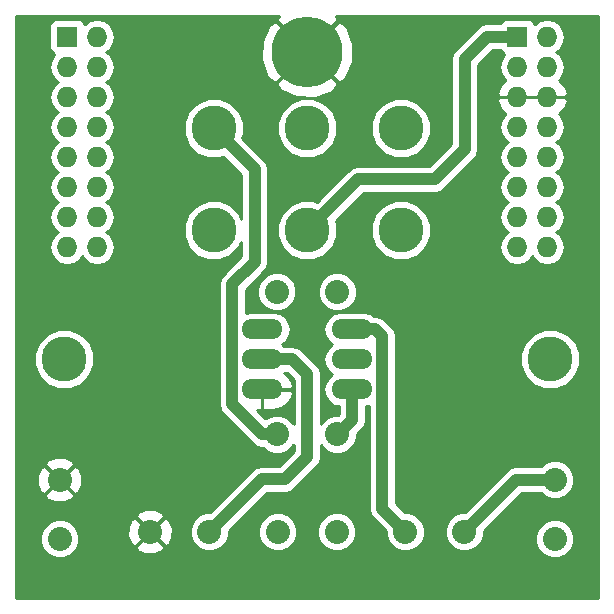
<source format=gtl>
%FSLAX34Y34*%
G04 Gerber Fmt 3.4, Leading zero omitted, Abs format*
G04 (created by PCBNEW (2014-jan-25)-product) date Sat 05 Jul 2014 12:29:26 AM PDT*
%MOIN*%
G01*
G70*
G90*
G04 APERTURE LIST*
%ADD10C,0.003937*%
%ADD11C,0.236220*%
%ADD12R,0.068000X0.068000*%
%ADD13O,0.068000X0.068000*%
%ADD14C,0.080000*%
%ADD15O,0.137800X0.066900*%
%ADD16C,0.149600*%
%ADD17C,0.150000*%
%ADD18C,0.040000*%
%ADD19C,0.010000*%
G04 APERTURE END LIST*
G54D10*
G54D11*
X40000Y-42000D03*
G54D12*
X32000Y-41500D03*
G54D13*
X33000Y-41500D03*
X32000Y-42500D03*
X33000Y-42500D03*
X32000Y-43500D03*
X33000Y-43500D03*
X32000Y-44500D03*
X33000Y-44500D03*
X32000Y-45500D03*
X33000Y-45500D03*
X32000Y-46500D03*
X33000Y-46500D03*
X32000Y-47500D03*
X33000Y-47500D03*
X32000Y-48500D03*
X33000Y-48500D03*
G54D12*
X47000Y-41500D03*
G54D13*
X48000Y-41500D03*
X47000Y-42500D03*
X48000Y-42500D03*
X47000Y-43500D03*
X48000Y-43500D03*
X47000Y-44500D03*
X48000Y-44500D03*
X47000Y-45500D03*
X48000Y-45500D03*
X47000Y-46500D03*
X48000Y-46500D03*
X47000Y-47500D03*
X48000Y-47500D03*
X47000Y-48500D03*
X48000Y-48500D03*
G54D14*
X48250Y-58234D03*
X48250Y-56265D03*
X34765Y-58000D03*
X36734Y-58000D03*
X31750Y-56265D03*
X31750Y-58234D03*
G54D15*
X41500Y-52250D03*
X41500Y-51250D03*
X41500Y-53250D03*
G54D16*
X48100Y-52250D03*
G54D15*
X38500Y-52250D03*
X38500Y-53250D03*
X38500Y-51250D03*
G54D16*
X31900Y-52250D03*
G54D14*
X41005Y-54750D03*
X38995Y-54750D03*
X41005Y-50000D03*
X38995Y-50000D03*
G54D17*
X40000Y-47950D03*
X40000Y-44550D03*
X43120Y-47950D03*
X36880Y-44550D03*
X43120Y-44550D03*
X36880Y-47950D03*
G54D14*
X39015Y-58000D03*
X40984Y-58000D03*
X43265Y-58000D03*
X45234Y-58000D03*
G54D18*
X40000Y-47950D02*
X41700Y-46250D01*
X46000Y-41500D02*
X47000Y-41500D01*
X45250Y-42250D02*
X46000Y-41500D01*
X45250Y-45250D02*
X45250Y-42250D01*
X44250Y-46250D02*
X45250Y-45250D01*
X41700Y-46250D02*
X44250Y-46250D01*
X43265Y-58000D02*
X42500Y-57234D01*
X42263Y-51250D02*
X41500Y-51250D01*
X42500Y-51486D02*
X42263Y-51250D01*
X42500Y-57234D02*
X42500Y-51486D01*
X43265Y-58000D02*
X43000Y-57734D01*
X36734Y-58000D02*
X38484Y-56250D01*
X39500Y-52250D02*
X38500Y-52250D01*
X40000Y-52750D02*
X39500Y-52250D01*
X40000Y-55500D02*
X40000Y-52750D01*
X39250Y-56250D02*
X40000Y-55500D01*
X38484Y-56250D02*
X39250Y-56250D01*
X38995Y-54750D02*
X38500Y-54750D01*
X38250Y-45920D02*
X36880Y-44550D01*
X38250Y-49000D02*
X38250Y-45920D01*
X37500Y-49750D02*
X38250Y-49000D01*
X37500Y-53750D02*
X37500Y-49750D01*
X38500Y-54750D02*
X37500Y-53750D01*
X41005Y-54750D02*
X41500Y-54255D01*
X41500Y-54255D02*
X41500Y-53250D01*
X45234Y-58000D02*
X46968Y-56265D01*
X46968Y-56265D02*
X48250Y-56265D01*
G54D19*
G36*
X39550Y-54391D02*
X39546Y-54382D01*
X39528Y-54364D01*
X39528Y-53366D01*
X39451Y-53260D01*
X38510Y-53260D01*
X38510Y-53934D01*
X38864Y-53934D01*
X39125Y-53878D01*
X39345Y-53726D01*
X39490Y-53502D01*
X39528Y-53366D01*
X39528Y-54364D01*
X39363Y-54199D01*
X39124Y-54100D01*
X38866Y-54099D01*
X38627Y-54198D01*
X38606Y-54219D01*
X38320Y-53934D01*
X38490Y-53934D01*
X38490Y-53260D01*
X38482Y-53260D01*
X38482Y-53240D01*
X38490Y-53240D01*
X38490Y-53232D01*
X38510Y-53232D01*
X38510Y-53240D01*
X39451Y-53240D01*
X39528Y-53133D01*
X39490Y-52997D01*
X39345Y-52773D01*
X39239Y-52700D01*
X39313Y-52700D01*
X39550Y-52936D01*
X39550Y-54391D01*
X39550Y-54391D01*
G37*
X39550Y-54391D02*
X39546Y-54382D01*
X39528Y-54364D01*
X39528Y-53366D01*
X39451Y-53260D01*
X38510Y-53260D01*
X38510Y-53934D01*
X38864Y-53934D01*
X39125Y-53878D01*
X39345Y-53726D01*
X39490Y-53502D01*
X39528Y-53366D01*
X39528Y-54364D01*
X39363Y-54199D01*
X39124Y-54100D01*
X38866Y-54099D01*
X38627Y-54198D01*
X38606Y-54219D01*
X38320Y-53934D01*
X38490Y-53934D01*
X38490Y-53260D01*
X38482Y-53260D01*
X38482Y-53240D01*
X38490Y-53240D01*
X38490Y-53232D01*
X38510Y-53232D01*
X38510Y-53240D01*
X39451Y-53240D01*
X39528Y-53133D01*
X39490Y-52997D01*
X39345Y-52773D01*
X39239Y-52700D01*
X39313Y-52700D01*
X39550Y-52936D01*
X39550Y-54391D01*
G36*
X49700Y-60200D02*
X49098Y-60200D01*
X49098Y-52052D01*
X48946Y-51685D01*
X48679Y-51418D01*
X48679Y-43617D01*
X48679Y-43382D01*
X48583Y-43130D01*
X48400Y-42939D01*
X48417Y-42928D01*
X48545Y-42737D01*
X48590Y-42511D01*
X48590Y-42488D01*
X48545Y-42262D01*
X48417Y-42071D01*
X48310Y-42000D01*
X48417Y-41928D01*
X48545Y-41737D01*
X48590Y-41511D01*
X48590Y-41488D01*
X48545Y-41262D01*
X48417Y-41071D01*
X48225Y-40943D01*
X48000Y-40898D01*
X47774Y-40943D01*
X47582Y-41071D01*
X47577Y-41079D01*
X47551Y-41018D01*
X47481Y-40948D01*
X47389Y-40910D01*
X47290Y-40910D01*
X46610Y-40910D01*
X46518Y-40948D01*
X46448Y-41018D01*
X46434Y-41050D01*
X46000Y-41050D01*
X45827Y-41084D01*
X45681Y-41181D01*
X44931Y-41931D01*
X44834Y-42077D01*
X44800Y-42250D01*
X44800Y-45063D01*
X44120Y-45743D01*
X44120Y-44351D01*
X43968Y-43984D01*
X43687Y-43702D01*
X43319Y-43550D01*
X42921Y-43549D01*
X42554Y-43701D01*
X42272Y-43982D01*
X42120Y-44350D01*
X42119Y-44748D01*
X42271Y-45115D01*
X42552Y-45397D01*
X42920Y-45549D01*
X43318Y-45550D01*
X43685Y-45398D01*
X43967Y-45117D01*
X44119Y-44749D01*
X44120Y-44351D01*
X44120Y-45743D01*
X44063Y-45800D01*
X41700Y-45800D01*
X41540Y-45831D01*
X41540Y-41745D01*
X41325Y-41175D01*
X41268Y-41090D01*
X41049Y-40965D01*
X40014Y-42000D01*
X41049Y-43034D01*
X41268Y-42909D01*
X41520Y-42354D01*
X41540Y-41745D01*
X41540Y-45831D01*
X41527Y-45834D01*
X41381Y-45931D01*
X41034Y-46278D01*
X41034Y-43049D01*
X40000Y-42014D01*
X39985Y-42028D01*
X39985Y-42000D01*
X38950Y-40965D01*
X38731Y-41090D01*
X38479Y-41645D01*
X38459Y-42254D01*
X38674Y-42824D01*
X38731Y-42909D01*
X38950Y-43034D01*
X39985Y-42000D01*
X39985Y-42028D01*
X38965Y-43049D01*
X39090Y-43268D01*
X39645Y-43520D01*
X40254Y-43540D01*
X40824Y-43325D01*
X40909Y-43268D01*
X41034Y-43049D01*
X41034Y-46278D01*
X41000Y-46313D01*
X41000Y-44351D01*
X40848Y-43984D01*
X40567Y-43702D01*
X40199Y-43550D01*
X39801Y-43549D01*
X39434Y-43701D01*
X39152Y-43982D01*
X39000Y-44350D01*
X38999Y-44748D01*
X39151Y-45115D01*
X39432Y-45397D01*
X39800Y-45549D01*
X40198Y-45550D01*
X40565Y-45398D01*
X40847Y-45117D01*
X40999Y-44749D01*
X41000Y-44351D01*
X41000Y-46313D01*
X40315Y-46998D01*
X40199Y-46950D01*
X39801Y-46949D01*
X39434Y-47101D01*
X39152Y-47382D01*
X39000Y-47750D01*
X38999Y-48148D01*
X39151Y-48515D01*
X39432Y-48797D01*
X39800Y-48949D01*
X40198Y-48950D01*
X40565Y-48798D01*
X40847Y-48517D01*
X40999Y-48149D01*
X41000Y-47751D01*
X40951Y-47634D01*
X41886Y-46700D01*
X44250Y-46700D01*
X44422Y-46665D01*
X44568Y-46568D01*
X45568Y-45568D01*
X45665Y-45422D01*
X45700Y-45250D01*
X45700Y-42436D01*
X46186Y-41950D01*
X46434Y-41950D01*
X46448Y-41981D01*
X46518Y-42051D01*
X46578Y-42077D01*
X46454Y-42262D01*
X46410Y-42488D01*
X46410Y-42511D01*
X46454Y-42737D01*
X46582Y-42928D01*
X46599Y-42939D01*
X46416Y-43130D01*
X46320Y-43382D01*
X46397Y-43490D01*
X46990Y-43490D01*
X46990Y-43482D01*
X47010Y-43482D01*
X47010Y-43490D01*
X47397Y-43490D01*
X47602Y-43490D01*
X47990Y-43490D01*
X47990Y-43482D01*
X48010Y-43482D01*
X48010Y-43490D01*
X48602Y-43490D01*
X48679Y-43382D01*
X48679Y-43617D01*
X48602Y-43510D01*
X48010Y-43510D01*
X48010Y-43517D01*
X47990Y-43517D01*
X47990Y-43510D01*
X47602Y-43510D01*
X47397Y-43510D01*
X47010Y-43510D01*
X47010Y-43517D01*
X46990Y-43517D01*
X46990Y-43510D01*
X46397Y-43510D01*
X46320Y-43617D01*
X46416Y-43869D01*
X46599Y-44060D01*
X46582Y-44071D01*
X46454Y-44262D01*
X46410Y-44488D01*
X46410Y-44511D01*
X46454Y-44737D01*
X46582Y-44928D01*
X46689Y-45000D01*
X46582Y-45071D01*
X46454Y-45262D01*
X46410Y-45488D01*
X46410Y-45511D01*
X46454Y-45737D01*
X46582Y-45928D01*
X46689Y-46000D01*
X46582Y-46071D01*
X46454Y-46262D01*
X46410Y-46488D01*
X46410Y-46511D01*
X46454Y-46737D01*
X46582Y-46928D01*
X46689Y-47000D01*
X46582Y-47071D01*
X46454Y-47262D01*
X46410Y-47488D01*
X46410Y-47511D01*
X46454Y-47737D01*
X46582Y-47928D01*
X46689Y-48000D01*
X46582Y-48071D01*
X46454Y-48262D01*
X46410Y-48488D01*
X46410Y-48511D01*
X46454Y-48737D01*
X46582Y-48928D01*
X46774Y-49056D01*
X47000Y-49101D01*
X47225Y-49056D01*
X47417Y-48928D01*
X47500Y-48804D01*
X47582Y-48928D01*
X47774Y-49056D01*
X48000Y-49101D01*
X48225Y-49056D01*
X48417Y-48928D01*
X48545Y-48737D01*
X48590Y-48511D01*
X48590Y-48488D01*
X48545Y-48262D01*
X48417Y-48071D01*
X48310Y-48000D01*
X48417Y-47928D01*
X48545Y-47737D01*
X48590Y-47511D01*
X48590Y-47488D01*
X48545Y-47262D01*
X48417Y-47071D01*
X48310Y-47000D01*
X48417Y-46928D01*
X48545Y-46737D01*
X48590Y-46511D01*
X48590Y-46488D01*
X48545Y-46262D01*
X48417Y-46071D01*
X48310Y-46000D01*
X48417Y-45928D01*
X48545Y-45737D01*
X48590Y-45511D01*
X48590Y-45488D01*
X48545Y-45262D01*
X48417Y-45071D01*
X48310Y-45000D01*
X48417Y-44928D01*
X48545Y-44737D01*
X48590Y-44511D01*
X48590Y-44488D01*
X48545Y-44262D01*
X48417Y-44071D01*
X48400Y-44060D01*
X48583Y-43869D01*
X48679Y-43617D01*
X48679Y-51418D01*
X48666Y-51404D01*
X48299Y-51252D01*
X47902Y-51251D01*
X47535Y-51403D01*
X47254Y-51683D01*
X47102Y-52050D01*
X47101Y-52447D01*
X47253Y-52814D01*
X47533Y-53095D01*
X47900Y-53247D01*
X48297Y-53248D01*
X48664Y-53096D01*
X48945Y-52816D01*
X49097Y-52449D01*
X49098Y-52052D01*
X49098Y-60200D01*
X48900Y-60200D01*
X48900Y-58105D01*
X48900Y-56137D01*
X48801Y-55898D01*
X48618Y-55715D01*
X48379Y-55615D01*
X48121Y-55615D01*
X47882Y-55714D01*
X47780Y-55815D01*
X46968Y-55815D01*
X46796Y-55850D01*
X46650Y-55947D01*
X45247Y-57350D01*
X45105Y-57349D01*
X44866Y-57448D01*
X44683Y-57631D01*
X44584Y-57870D01*
X44584Y-58128D01*
X44682Y-58367D01*
X44865Y-58550D01*
X45104Y-58649D01*
X45362Y-58650D01*
X45601Y-58551D01*
X45784Y-58368D01*
X45884Y-58129D01*
X45884Y-57986D01*
X47154Y-56715D01*
X47780Y-56715D01*
X47881Y-56816D01*
X48120Y-56915D01*
X48378Y-56915D01*
X48617Y-56817D01*
X48800Y-56634D01*
X48899Y-56395D01*
X48900Y-56137D01*
X48900Y-58105D01*
X48801Y-57866D01*
X48618Y-57683D01*
X48379Y-57584D01*
X48121Y-57584D01*
X47882Y-57682D01*
X47699Y-57865D01*
X47600Y-58104D01*
X47599Y-58362D01*
X47698Y-58601D01*
X47881Y-58784D01*
X48120Y-58884D01*
X48378Y-58884D01*
X48617Y-58785D01*
X48800Y-58602D01*
X48899Y-58364D01*
X48900Y-58105D01*
X48900Y-60200D01*
X44120Y-60200D01*
X44120Y-47751D01*
X43968Y-47384D01*
X43687Y-47102D01*
X43319Y-46950D01*
X42921Y-46949D01*
X42554Y-47101D01*
X42272Y-47382D01*
X42120Y-47750D01*
X42119Y-48148D01*
X42271Y-48515D01*
X42552Y-48797D01*
X42920Y-48949D01*
X43318Y-48950D01*
X43685Y-48798D01*
X43967Y-48517D01*
X44119Y-48149D01*
X44120Y-47751D01*
X44120Y-60200D01*
X43915Y-60200D01*
X43915Y-57871D01*
X43817Y-57632D01*
X43634Y-57449D01*
X43395Y-57350D01*
X43252Y-57349D01*
X42950Y-57047D01*
X42950Y-51486D01*
X42915Y-51314D01*
X42818Y-51168D01*
X42581Y-50931D01*
X42435Y-50834D01*
X42263Y-50800D01*
X42231Y-50800D01*
X42096Y-50709D01*
X41872Y-50665D01*
X41655Y-50665D01*
X41655Y-49871D01*
X41556Y-49632D01*
X41373Y-49449D01*
X41134Y-49350D01*
X40876Y-49349D01*
X40637Y-49448D01*
X40454Y-49631D01*
X40355Y-49870D01*
X40354Y-50128D01*
X40453Y-50367D01*
X40636Y-50550D01*
X40875Y-50649D01*
X41133Y-50650D01*
X41372Y-50551D01*
X41555Y-50368D01*
X41654Y-50129D01*
X41655Y-49871D01*
X41655Y-50665D01*
X41127Y-50665D01*
X40903Y-50709D01*
X40713Y-50836D01*
X40587Y-51026D01*
X40542Y-51250D01*
X40587Y-51473D01*
X40713Y-51663D01*
X40843Y-51750D01*
X40713Y-51836D01*
X40587Y-52026D01*
X40542Y-52250D01*
X40587Y-52473D01*
X40713Y-52663D01*
X40843Y-52750D01*
X40713Y-52836D01*
X40587Y-53026D01*
X40542Y-53250D01*
X40587Y-53473D01*
X40713Y-53663D01*
X40903Y-53790D01*
X41050Y-53819D01*
X41050Y-54068D01*
X41018Y-54100D01*
X40876Y-54099D01*
X40637Y-54198D01*
X40454Y-54381D01*
X40450Y-54391D01*
X40450Y-52750D01*
X40415Y-52577D01*
X40318Y-52431D01*
X39818Y-51931D01*
X39672Y-51834D01*
X39645Y-51828D01*
X39645Y-49871D01*
X39546Y-49632D01*
X39363Y-49449D01*
X39124Y-49350D01*
X38866Y-49349D01*
X38627Y-49448D01*
X38444Y-49631D01*
X38345Y-49870D01*
X38344Y-50128D01*
X38443Y-50367D01*
X38626Y-50550D01*
X38865Y-50649D01*
X39123Y-50650D01*
X39362Y-50551D01*
X39545Y-50368D01*
X39644Y-50129D01*
X39645Y-49871D01*
X39645Y-51828D01*
X39500Y-51800D01*
X39231Y-51800D01*
X39156Y-51750D01*
X39286Y-51663D01*
X39412Y-51473D01*
X39457Y-51250D01*
X39412Y-51026D01*
X39286Y-50836D01*
X39096Y-50709D01*
X38872Y-50665D01*
X38127Y-50665D01*
X37950Y-50700D01*
X37950Y-49936D01*
X38568Y-49318D01*
X38665Y-49172D01*
X38700Y-49000D01*
X38700Y-45920D01*
X38665Y-45747D01*
X38568Y-45601D01*
X37831Y-44865D01*
X37879Y-44749D01*
X37880Y-44351D01*
X37728Y-43984D01*
X37447Y-43702D01*
X37079Y-43550D01*
X36681Y-43549D01*
X36314Y-43701D01*
X36032Y-43982D01*
X35880Y-44350D01*
X35879Y-44748D01*
X36031Y-45115D01*
X36312Y-45397D01*
X36680Y-45549D01*
X37078Y-45550D01*
X37195Y-45501D01*
X37800Y-46106D01*
X37800Y-47557D01*
X37728Y-47384D01*
X37447Y-47102D01*
X37079Y-46950D01*
X36681Y-46949D01*
X36314Y-47101D01*
X36032Y-47382D01*
X35880Y-47750D01*
X35879Y-48148D01*
X36031Y-48515D01*
X36312Y-48797D01*
X36680Y-48949D01*
X37078Y-48950D01*
X37445Y-48798D01*
X37727Y-48517D01*
X37800Y-48342D01*
X37800Y-48813D01*
X37181Y-49431D01*
X37084Y-49577D01*
X37050Y-49750D01*
X37050Y-53750D01*
X37084Y-53922D01*
X37181Y-54068D01*
X38181Y-55068D01*
X38327Y-55165D01*
X38500Y-55200D01*
X38525Y-55200D01*
X38626Y-55300D01*
X38865Y-55399D01*
X39123Y-55400D01*
X39362Y-55301D01*
X39545Y-55118D01*
X39550Y-55108D01*
X39550Y-55313D01*
X39063Y-55800D01*
X38484Y-55800D01*
X38312Y-55834D01*
X38166Y-55931D01*
X36747Y-57350D01*
X36605Y-57349D01*
X36366Y-57448D01*
X36183Y-57631D01*
X36084Y-57870D01*
X36084Y-58128D01*
X36182Y-58367D01*
X36365Y-58550D01*
X36604Y-58649D01*
X36862Y-58650D01*
X37101Y-58551D01*
X37284Y-58368D01*
X37384Y-58129D01*
X37384Y-57986D01*
X38670Y-56700D01*
X39250Y-56700D01*
X39422Y-56665D01*
X39568Y-56568D01*
X40318Y-55818D01*
X40415Y-55672D01*
X40450Y-55500D01*
X40450Y-55108D01*
X40453Y-55117D01*
X40636Y-55300D01*
X40875Y-55399D01*
X41133Y-55400D01*
X41372Y-55301D01*
X41555Y-55118D01*
X41654Y-54879D01*
X41655Y-54736D01*
X41818Y-54573D01*
X41915Y-54427D01*
X41950Y-54255D01*
X41950Y-53819D01*
X42050Y-53799D01*
X42050Y-57234D01*
X42084Y-57406D01*
X42181Y-57552D01*
X42615Y-57986D01*
X42615Y-58128D01*
X42714Y-58367D01*
X42897Y-58550D01*
X43135Y-58649D01*
X43394Y-58650D01*
X43633Y-58551D01*
X43816Y-58368D01*
X43915Y-58129D01*
X43915Y-57871D01*
X43915Y-60200D01*
X41634Y-60200D01*
X41634Y-57871D01*
X41535Y-57632D01*
X41352Y-57449D01*
X41114Y-57350D01*
X40855Y-57349D01*
X40616Y-57448D01*
X40433Y-57631D01*
X40334Y-57870D01*
X40334Y-58128D01*
X40432Y-58367D01*
X40615Y-58550D01*
X40854Y-58649D01*
X41112Y-58650D01*
X41351Y-58551D01*
X41534Y-58368D01*
X41634Y-58129D01*
X41634Y-57871D01*
X41634Y-60200D01*
X39665Y-60200D01*
X39665Y-57871D01*
X39567Y-57632D01*
X39384Y-57449D01*
X39145Y-57350D01*
X38887Y-57349D01*
X38648Y-57448D01*
X38465Y-57631D01*
X38365Y-57870D01*
X38365Y-58128D01*
X38464Y-58367D01*
X38647Y-58550D01*
X38885Y-58649D01*
X39144Y-58650D01*
X39383Y-58551D01*
X39566Y-58368D01*
X39665Y-58129D01*
X39665Y-57871D01*
X39665Y-60200D01*
X35519Y-60200D01*
X35519Y-57870D01*
X35412Y-57591D01*
X35390Y-57558D01*
X35251Y-57528D01*
X35237Y-57542D01*
X35237Y-57514D01*
X35207Y-57375D01*
X34934Y-57254D01*
X34636Y-57246D01*
X34357Y-57353D01*
X34324Y-57375D01*
X34294Y-57514D01*
X34765Y-57985D01*
X35237Y-57514D01*
X35237Y-57542D01*
X34779Y-58000D01*
X35251Y-58471D01*
X35390Y-58441D01*
X35511Y-58168D01*
X35519Y-57870D01*
X35519Y-60200D01*
X35237Y-60200D01*
X35237Y-58485D01*
X34765Y-58014D01*
X34751Y-58028D01*
X34751Y-58000D01*
X34279Y-57528D01*
X34141Y-57558D01*
X34019Y-57831D01*
X34012Y-58129D01*
X34119Y-58408D01*
X34141Y-58441D01*
X34279Y-58471D01*
X34751Y-58000D01*
X34751Y-58028D01*
X34294Y-58485D01*
X34324Y-58624D01*
X34596Y-58745D01*
X34895Y-58753D01*
X35173Y-58646D01*
X35207Y-58624D01*
X35237Y-58485D01*
X35237Y-60200D01*
X33590Y-60200D01*
X33590Y-48511D01*
X33590Y-48488D01*
X33545Y-48262D01*
X33417Y-48071D01*
X33310Y-48000D01*
X33417Y-47928D01*
X33545Y-47737D01*
X33590Y-47511D01*
X33590Y-47488D01*
X33545Y-47262D01*
X33417Y-47071D01*
X33310Y-47000D01*
X33417Y-46928D01*
X33545Y-46737D01*
X33590Y-46511D01*
X33590Y-46488D01*
X33545Y-46262D01*
X33417Y-46071D01*
X33310Y-46000D01*
X33417Y-45928D01*
X33545Y-45737D01*
X33590Y-45511D01*
X33590Y-45488D01*
X33545Y-45262D01*
X33417Y-45071D01*
X33310Y-45000D01*
X33417Y-44928D01*
X33545Y-44737D01*
X33590Y-44511D01*
X33590Y-44488D01*
X33545Y-44262D01*
X33417Y-44071D01*
X33310Y-44000D01*
X33417Y-43928D01*
X33545Y-43737D01*
X33590Y-43511D01*
X33590Y-43488D01*
X33545Y-43262D01*
X33417Y-43071D01*
X33310Y-43000D01*
X33417Y-42928D01*
X33545Y-42737D01*
X33590Y-42511D01*
X33590Y-42488D01*
X33545Y-42262D01*
X33417Y-42071D01*
X33310Y-42000D01*
X33417Y-41928D01*
X33545Y-41737D01*
X33590Y-41511D01*
X33590Y-41488D01*
X33545Y-41262D01*
X33417Y-41071D01*
X33225Y-40943D01*
X33000Y-40898D01*
X32774Y-40943D01*
X32582Y-41071D01*
X32577Y-41079D01*
X32551Y-41018D01*
X32481Y-40948D01*
X32389Y-40910D01*
X32290Y-40910D01*
X31610Y-40910D01*
X31518Y-40948D01*
X31448Y-41018D01*
X31410Y-41110D01*
X31410Y-41209D01*
X31410Y-41889D01*
X31448Y-41981D01*
X31518Y-42051D01*
X31578Y-42077D01*
X31454Y-42262D01*
X31410Y-42488D01*
X31410Y-42511D01*
X31454Y-42737D01*
X31582Y-42928D01*
X31689Y-43000D01*
X31582Y-43071D01*
X31454Y-43262D01*
X31410Y-43488D01*
X31410Y-43511D01*
X31454Y-43737D01*
X31582Y-43928D01*
X31689Y-44000D01*
X31582Y-44071D01*
X31454Y-44262D01*
X31410Y-44488D01*
X31410Y-44511D01*
X31454Y-44737D01*
X31582Y-44928D01*
X31689Y-45000D01*
X31582Y-45071D01*
X31454Y-45262D01*
X31410Y-45488D01*
X31410Y-45511D01*
X31454Y-45737D01*
X31582Y-45928D01*
X31689Y-46000D01*
X31582Y-46071D01*
X31454Y-46262D01*
X31410Y-46488D01*
X31410Y-46511D01*
X31454Y-46737D01*
X31582Y-46928D01*
X31689Y-47000D01*
X31582Y-47071D01*
X31454Y-47262D01*
X31410Y-47488D01*
X31410Y-47511D01*
X31454Y-47737D01*
X31582Y-47928D01*
X31689Y-48000D01*
X31582Y-48071D01*
X31454Y-48262D01*
X31410Y-48488D01*
X31410Y-48511D01*
X31454Y-48737D01*
X31582Y-48928D01*
X31774Y-49056D01*
X32000Y-49101D01*
X32225Y-49056D01*
X32417Y-48928D01*
X32500Y-48804D01*
X32582Y-48928D01*
X32774Y-49056D01*
X33000Y-49101D01*
X33225Y-49056D01*
X33417Y-48928D01*
X33545Y-48737D01*
X33590Y-48511D01*
X33590Y-60200D01*
X32898Y-60200D01*
X32898Y-52052D01*
X32746Y-51685D01*
X32466Y-51404D01*
X32099Y-51252D01*
X31702Y-51251D01*
X31335Y-51403D01*
X31054Y-51683D01*
X30902Y-52050D01*
X30901Y-52447D01*
X31053Y-52814D01*
X31333Y-53095D01*
X31700Y-53247D01*
X32097Y-53248D01*
X32464Y-53096D01*
X32745Y-52816D01*
X32897Y-52449D01*
X32898Y-52052D01*
X32898Y-60200D01*
X32503Y-60200D01*
X32503Y-56136D01*
X32396Y-55857D01*
X32374Y-55824D01*
X32235Y-55794D01*
X32221Y-55808D01*
X32221Y-55779D01*
X32191Y-55641D01*
X31918Y-55519D01*
X31620Y-55512D01*
X31341Y-55619D01*
X31308Y-55641D01*
X31278Y-55779D01*
X31750Y-56251D01*
X32221Y-55779D01*
X32221Y-55808D01*
X31764Y-56265D01*
X32235Y-56737D01*
X32374Y-56707D01*
X32495Y-56434D01*
X32503Y-56136D01*
X32503Y-60200D01*
X32400Y-60200D01*
X32400Y-58105D01*
X32301Y-57866D01*
X32221Y-57786D01*
X32221Y-56751D01*
X31750Y-56279D01*
X31735Y-56294D01*
X31735Y-56265D01*
X31264Y-55794D01*
X31125Y-55824D01*
X31004Y-56096D01*
X30996Y-56395D01*
X31103Y-56673D01*
X31125Y-56707D01*
X31264Y-56737D01*
X31735Y-56265D01*
X31735Y-56294D01*
X31278Y-56751D01*
X31308Y-56890D01*
X31581Y-57011D01*
X31879Y-57019D01*
X32158Y-56912D01*
X32191Y-56890D01*
X32221Y-56751D01*
X32221Y-57786D01*
X32118Y-57683D01*
X31879Y-57584D01*
X31621Y-57584D01*
X31382Y-57682D01*
X31199Y-57865D01*
X31100Y-58104D01*
X31099Y-58362D01*
X31198Y-58601D01*
X31381Y-58784D01*
X31620Y-58884D01*
X31878Y-58884D01*
X32117Y-58785D01*
X32300Y-58602D01*
X32399Y-58364D01*
X32400Y-58105D01*
X32400Y-60200D01*
X30300Y-60200D01*
X30300Y-40800D01*
X39051Y-40800D01*
X38965Y-40950D01*
X40000Y-41985D01*
X41034Y-40950D01*
X40948Y-40800D01*
X49700Y-40800D01*
X49700Y-60200D01*
X49700Y-60200D01*
G37*
X49700Y-60200D02*
X49098Y-60200D01*
X49098Y-52052D01*
X48946Y-51685D01*
X48679Y-51418D01*
X48679Y-43617D01*
X48679Y-43382D01*
X48583Y-43130D01*
X48400Y-42939D01*
X48417Y-42928D01*
X48545Y-42737D01*
X48590Y-42511D01*
X48590Y-42488D01*
X48545Y-42262D01*
X48417Y-42071D01*
X48310Y-42000D01*
X48417Y-41928D01*
X48545Y-41737D01*
X48590Y-41511D01*
X48590Y-41488D01*
X48545Y-41262D01*
X48417Y-41071D01*
X48225Y-40943D01*
X48000Y-40898D01*
X47774Y-40943D01*
X47582Y-41071D01*
X47577Y-41079D01*
X47551Y-41018D01*
X47481Y-40948D01*
X47389Y-40910D01*
X47290Y-40910D01*
X46610Y-40910D01*
X46518Y-40948D01*
X46448Y-41018D01*
X46434Y-41050D01*
X46000Y-41050D01*
X45827Y-41084D01*
X45681Y-41181D01*
X44931Y-41931D01*
X44834Y-42077D01*
X44800Y-42250D01*
X44800Y-45063D01*
X44120Y-45743D01*
X44120Y-44351D01*
X43968Y-43984D01*
X43687Y-43702D01*
X43319Y-43550D01*
X42921Y-43549D01*
X42554Y-43701D01*
X42272Y-43982D01*
X42120Y-44350D01*
X42119Y-44748D01*
X42271Y-45115D01*
X42552Y-45397D01*
X42920Y-45549D01*
X43318Y-45550D01*
X43685Y-45398D01*
X43967Y-45117D01*
X44119Y-44749D01*
X44120Y-44351D01*
X44120Y-45743D01*
X44063Y-45800D01*
X41700Y-45800D01*
X41540Y-45831D01*
X41540Y-41745D01*
X41325Y-41175D01*
X41268Y-41090D01*
X41049Y-40965D01*
X40014Y-42000D01*
X41049Y-43034D01*
X41268Y-42909D01*
X41520Y-42354D01*
X41540Y-41745D01*
X41540Y-45831D01*
X41527Y-45834D01*
X41381Y-45931D01*
X41034Y-46278D01*
X41034Y-43049D01*
X40000Y-42014D01*
X39985Y-42028D01*
X39985Y-42000D01*
X38950Y-40965D01*
X38731Y-41090D01*
X38479Y-41645D01*
X38459Y-42254D01*
X38674Y-42824D01*
X38731Y-42909D01*
X38950Y-43034D01*
X39985Y-42000D01*
X39985Y-42028D01*
X38965Y-43049D01*
X39090Y-43268D01*
X39645Y-43520D01*
X40254Y-43540D01*
X40824Y-43325D01*
X40909Y-43268D01*
X41034Y-43049D01*
X41034Y-46278D01*
X41000Y-46313D01*
X41000Y-44351D01*
X40848Y-43984D01*
X40567Y-43702D01*
X40199Y-43550D01*
X39801Y-43549D01*
X39434Y-43701D01*
X39152Y-43982D01*
X39000Y-44350D01*
X38999Y-44748D01*
X39151Y-45115D01*
X39432Y-45397D01*
X39800Y-45549D01*
X40198Y-45550D01*
X40565Y-45398D01*
X40847Y-45117D01*
X40999Y-44749D01*
X41000Y-44351D01*
X41000Y-46313D01*
X40315Y-46998D01*
X40199Y-46950D01*
X39801Y-46949D01*
X39434Y-47101D01*
X39152Y-47382D01*
X39000Y-47750D01*
X38999Y-48148D01*
X39151Y-48515D01*
X39432Y-48797D01*
X39800Y-48949D01*
X40198Y-48950D01*
X40565Y-48798D01*
X40847Y-48517D01*
X40999Y-48149D01*
X41000Y-47751D01*
X40951Y-47634D01*
X41886Y-46700D01*
X44250Y-46700D01*
X44422Y-46665D01*
X44568Y-46568D01*
X45568Y-45568D01*
X45665Y-45422D01*
X45700Y-45250D01*
X45700Y-42436D01*
X46186Y-41950D01*
X46434Y-41950D01*
X46448Y-41981D01*
X46518Y-42051D01*
X46578Y-42077D01*
X46454Y-42262D01*
X46410Y-42488D01*
X46410Y-42511D01*
X46454Y-42737D01*
X46582Y-42928D01*
X46599Y-42939D01*
X46416Y-43130D01*
X46320Y-43382D01*
X46397Y-43490D01*
X46990Y-43490D01*
X46990Y-43482D01*
X47010Y-43482D01*
X47010Y-43490D01*
X47397Y-43490D01*
X47602Y-43490D01*
X47990Y-43490D01*
X47990Y-43482D01*
X48010Y-43482D01*
X48010Y-43490D01*
X48602Y-43490D01*
X48679Y-43382D01*
X48679Y-43617D01*
X48602Y-43510D01*
X48010Y-43510D01*
X48010Y-43517D01*
X47990Y-43517D01*
X47990Y-43510D01*
X47602Y-43510D01*
X47397Y-43510D01*
X47010Y-43510D01*
X47010Y-43517D01*
X46990Y-43517D01*
X46990Y-43510D01*
X46397Y-43510D01*
X46320Y-43617D01*
X46416Y-43869D01*
X46599Y-44060D01*
X46582Y-44071D01*
X46454Y-44262D01*
X46410Y-44488D01*
X46410Y-44511D01*
X46454Y-44737D01*
X46582Y-44928D01*
X46689Y-45000D01*
X46582Y-45071D01*
X46454Y-45262D01*
X46410Y-45488D01*
X46410Y-45511D01*
X46454Y-45737D01*
X46582Y-45928D01*
X46689Y-46000D01*
X46582Y-46071D01*
X46454Y-46262D01*
X46410Y-46488D01*
X46410Y-46511D01*
X46454Y-46737D01*
X46582Y-46928D01*
X46689Y-47000D01*
X46582Y-47071D01*
X46454Y-47262D01*
X46410Y-47488D01*
X46410Y-47511D01*
X46454Y-47737D01*
X46582Y-47928D01*
X46689Y-48000D01*
X46582Y-48071D01*
X46454Y-48262D01*
X46410Y-48488D01*
X46410Y-48511D01*
X46454Y-48737D01*
X46582Y-48928D01*
X46774Y-49056D01*
X47000Y-49101D01*
X47225Y-49056D01*
X47417Y-48928D01*
X47500Y-48804D01*
X47582Y-48928D01*
X47774Y-49056D01*
X48000Y-49101D01*
X48225Y-49056D01*
X48417Y-48928D01*
X48545Y-48737D01*
X48590Y-48511D01*
X48590Y-48488D01*
X48545Y-48262D01*
X48417Y-48071D01*
X48310Y-48000D01*
X48417Y-47928D01*
X48545Y-47737D01*
X48590Y-47511D01*
X48590Y-47488D01*
X48545Y-47262D01*
X48417Y-47071D01*
X48310Y-47000D01*
X48417Y-46928D01*
X48545Y-46737D01*
X48590Y-46511D01*
X48590Y-46488D01*
X48545Y-46262D01*
X48417Y-46071D01*
X48310Y-46000D01*
X48417Y-45928D01*
X48545Y-45737D01*
X48590Y-45511D01*
X48590Y-45488D01*
X48545Y-45262D01*
X48417Y-45071D01*
X48310Y-45000D01*
X48417Y-44928D01*
X48545Y-44737D01*
X48590Y-44511D01*
X48590Y-44488D01*
X48545Y-44262D01*
X48417Y-44071D01*
X48400Y-44060D01*
X48583Y-43869D01*
X48679Y-43617D01*
X48679Y-51418D01*
X48666Y-51404D01*
X48299Y-51252D01*
X47902Y-51251D01*
X47535Y-51403D01*
X47254Y-51683D01*
X47102Y-52050D01*
X47101Y-52447D01*
X47253Y-52814D01*
X47533Y-53095D01*
X47900Y-53247D01*
X48297Y-53248D01*
X48664Y-53096D01*
X48945Y-52816D01*
X49097Y-52449D01*
X49098Y-52052D01*
X49098Y-60200D01*
X48900Y-60200D01*
X48900Y-58105D01*
X48900Y-56137D01*
X48801Y-55898D01*
X48618Y-55715D01*
X48379Y-55615D01*
X48121Y-55615D01*
X47882Y-55714D01*
X47780Y-55815D01*
X46968Y-55815D01*
X46796Y-55850D01*
X46650Y-55947D01*
X45247Y-57350D01*
X45105Y-57349D01*
X44866Y-57448D01*
X44683Y-57631D01*
X44584Y-57870D01*
X44584Y-58128D01*
X44682Y-58367D01*
X44865Y-58550D01*
X45104Y-58649D01*
X45362Y-58650D01*
X45601Y-58551D01*
X45784Y-58368D01*
X45884Y-58129D01*
X45884Y-57986D01*
X47154Y-56715D01*
X47780Y-56715D01*
X47881Y-56816D01*
X48120Y-56915D01*
X48378Y-56915D01*
X48617Y-56817D01*
X48800Y-56634D01*
X48899Y-56395D01*
X48900Y-56137D01*
X48900Y-58105D01*
X48801Y-57866D01*
X48618Y-57683D01*
X48379Y-57584D01*
X48121Y-57584D01*
X47882Y-57682D01*
X47699Y-57865D01*
X47600Y-58104D01*
X47599Y-58362D01*
X47698Y-58601D01*
X47881Y-58784D01*
X48120Y-58884D01*
X48378Y-58884D01*
X48617Y-58785D01*
X48800Y-58602D01*
X48899Y-58364D01*
X48900Y-58105D01*
X48900Y-60200D01*
X44120Y-60200D01*
X44120Y-47751D01*
X43968Y-47384D01*
X43687Y-47102D01*
X43319Y-46950D01*
X42921Y-46949D01*
X42554Y-47101D01*
X42272Y-47382D01*
X42120Y-47750D01*
X42119Y-48148D01*
X42271Y-48515D01*
X42552Y-48797D01*
X42920Y-48949D01*
X43318Y-48950D01*
X43685Y-48798D01*
X43967Y-48517D01*
X44119Y-48149D01*
X44120Y-47751D01*
X44120Y-60200D01*
X43915Y-60200D01*
X43915Y-57871D01*
X43817Y-57632D01*
X43634Y-57449D01*
X43395Y-57350D01*
X43252Y-57349D01*
X42950Y-57047D01*
X42950Y-51486D01*
X42915Y-51314D01*
X42818Y-51168D01*
X42581Y-50931D01*
X42435Y-50834D01*
X42263Y-50800D01*
X42231Y-50800D01*
X42096Y-50709D01*
X41872Y-50665D01*
X41655Y-50665D01*
X41655Y-49871D01*
X41556Y-49632D01*
X41373Y-49449D01*
X41134Y-49350D01*
X40876Y-49349D01*
X40637Y-49448D01*
X40454Y-49631D01*
X40355Y-49870D01*
X40354Y-50128D01*
X40453Y-50367D01*
X40636Y-50550D01*
X40875Y-50649D01*
X41133Y-50650D01*
X41372Y-50551D01*
X41555Y-50368D01*
X41654Y-50129D01*
X41655Y-49871D01*
X41655Y-50665D01*
X41127Y-50665D01*
X40903Y-50709D01*
X40713Y-50836D01*
X40587Y-51026D01*
X40542Y-51250D01*
X40587Y-51473D01*
X40713Y-51663D01*
X40843Y-51750D01*
X40713Y-51836D01*
X40587Y-52026D01*
X40542Y-52250D01*
X40587Y-52473D01*
X40713Y-52663D01*
X40843Y-52750D01*
X40713Y-52836D01*
X40587Y-53026D01*
X40542Y-53250D01*
X40587Y-53473D01*
X40713Y-53663D01*
X40903Y-53790D01*
X41050Y-53819D01*
X41050Y-54068D01*
X41018Y-54100D01*
X40876Y-54099D01*
X40637Y-54198D01*
X40454Y-54381D01*
X40450Y-54391D01*
X40450Y-52750D01*
X40415Y-52577D01*
X40318Y-52431D01*
X39818Y-51931D01*
X39672Y-51834D01*
X39645Y-51828D01*
X39645Y-49871D01*
X39546Y-49632D01*
X39363Y-49449D01*
X39124Y-49350D01*
X38866Y-49349D01*
X38627Y-49448D01*
X38444Y-49631D01*
X38345Y-49870D01*
X38344Y-50128D01*
X38443Y-50367D01*
X38626Y-50550D01*
X38865Y-50649D01*
X39123Y-50650D01*
X39362Y-50551D01*
X39545Y-50368D01*
X39644Y-50129D01*
X39645Y-49871D01*
X39645Y-51828D01*
X39500Y-51800D01*
X39231Y-51800D01*
X39156Y-51750D01*
X39286Y-51663D01*
X39412Y-51473D01*
X39457Y-51250D01*
X39412Y-51026D01*
X39286Y-50836D01*
X39096Y-50709D01*
X38872Y-50665D01*
X38127Y-50665D01*
X37950Y-50700D01*
X37950Y-49936D01*
X38568Y-49318D01*
X38665Y-49172D01*
X38700Y-49000D01*
X38700Y-45920D01*
X38665Y-45747D01*
X38568Y-45601D01*
X37831Y-44865D01*
X37879Y-44749D01*
X37880Y-44351D01*
X37728Y-43984D01*
X37447Y-43702D01*
X37079Y-43550D01*
X36681Y-43549D01*
X36314Y-43701D01*
X36032Y-43982D01*
X35880Y-44350D01*
X35879Y-44748D01*
X36031Y-45115D01*
X36312Y-45397D01*
X36680Y-45549D01*
X37078Y-45550D01*
X37195Y-45501D01*
X37800Y-46106D01*
X37800Y-47557D01*
X37728Y-47384D01*
X37447Y-47102D01*
X37079Y-46950D01*
X36681Y-46949D01*
X36314Y-47101D01*
X36032Y-47382D01*
X35880Y-47750D01*
X35879Y-48148D01*
X36031Y-48515D01*
X36312Y-48797D01*
X36680Y-48949D01*
X37078Y-48950D01*
X37445Y-48798D01*
X37727Y-48517D01*
X37800Y-48342D01*
X37800Y-48813D01*
X37181Y-49431D01*
X37084Y-49577D01*
X37050Y-49750D01*
X37050Y-53750D01*
X37084Y-53922D01*
X37181Y-54068D01*
X38181Y-55068D01*
X38327Y-55165D01*
X38500Y-55200D01*
X38525Y-55200D01*
X38626Y-55300D01*
X38865Y-55399D01*
X39123Y-55400D01*
X39362Y-55301D01*
X39545Y-55118D01*
X39550Y-55108D01*
X39550Y-55313D01*
X39063Y-55800D01*
X38484Y-55800D01*
X38312Y-55834D01*
X38166Y-55931D01*
X36747Y-57350D01*
X36605Y-57349D01*
X36366Y-57448D01*
X36183Y-57631D01*
X36084Y-57870D01*
X36084Y-58128D01*
X36182Y-58367D01*
X36365Y-58550D01*
X36604Y-58649D01*
X36862Y-58650D01*
X37101Y-58551D01*
X37284Y-58368D01*
X37384Y-58129D01*
X37384Y-57986D01*
X38670Y-56700D01*
X39250Y-56700D01*
X39422Y-56665D01*
X39568Y-56568D01*
X40318Y-55818D01*
X40415Y-55672D01*
X40450Y-55500D01*
X40450Y-55108D01*
X40453Y-55117D01*
X40636Y-55300D01*
X40875Y-55399D01*
X41133Y-55400D01*
X41372Y-55301D01*
X41555Y-55118D01*
X41654Y-54879D01*
X41655Y-54736D01*
X41818Y-54573D01*
X41915Y-54427D01*
X41950Y-54255D01*
X41950Y-53819D01*
X42050Y-53799D01*
X42050Y-57234D01*
X42084Y-57406D01*
X42181Y-57552D01*
X42615Y-57986D01*
X42615Y-58128D01*
X42714Y-58367D01*
X42897Y-58550D01*
X43135Y-58649D01*
X43394Y-58650D01*
X43633Y-58551D01*
X43816Y-58368D01*
X43915Y-58129D01*
X43915Y-57871D01*
X43915Y-60200D01*
X41634Y-60200D01*
X41634Y-57871D01*
X41535Y-57632D01*
X41352Y-57449D01*
X41114Y-57350D01*
X40855Y-57349D01*
X40616Y-57448D01*
X40433Y-57631D01*
X40334Y-57870D01*
X40334Y-58128D01*
X40432Y-58367D01*
X40615Y-58550D01*
X40854Y-58649D01*
X41112Y-58650D01*
X41351Y-58551D01*
X41534Y-58368D01*
X41634Y-58129D01*
X41634Y-57871D01*
X41634Y-60200D01*
X39665Y-60200D01*
X39665Y-57871D01*
X39567Y-57632D01*
X39384Y-57449D01*
X39145Y-57350D01*
X38887Y-57349D01*
X38648Y-57448D01*
X38465Y-57631D01*
X38365Y-57870D01*
X38365Y-58128D01*
X38464Y-58367D01*
X38647Y-58550D01*
X38885Y-58649D01*
X39144Y-58650D01*
X39383Y-58551D01*
X39566Y-58368D01*
X39665Y-58129D01*
X39665Y-57871D01*
X39665Y-60200D01*
X35519Y-60200D01*
X35519Y-57870D01*
X35412Y-57591D01*
X35390Y-57558D01*
X35251Y-57528D01*
X35237Y-57542D01*
X35237Y-57514D01*
X35207Y-57375D01*
X34934Y-57254D01*
X34636Y-57246D01*
X34357Y-57353D01*
X34324Y-57375D01*
X34294Y-57514D01*
X34765Y-57985D01*
X35237Y-57514D01*
X35237Y-57542D01*
X34779Y-58000D01*
X35251Y-58471D01*
X35390Y-58441D01*
X35511Y-58168D01*
X35519Y-57870D01*
X35519Y-60200D01*
X35237Y-60200D01*
X35237Y-58485D01*
X34765Y-58014D01*
X34751Y-58028D01*
X34751Y-58000D01*
X34279Y-57528D01*
X34141Y-57558D01*
X34019Y-57831D01*
X34012Y-58129D01*
X34119Y-58408D01*
X34141Y-58441D01*
X34279Y-58471D01*
X34751Y-58000D01*
X34751Y-58028D01*
X34294Y-58485D01*
X34324Y-58624D01*
X34596Y-58745D01*
X34895Y-58753D01*
X35173Y-58646D01*
X35207Y-58624D01*
X35237Y-58485D01*
X35237Y-60200D01*
X33590Y-60200D01*
X33590Y-48511D01*
X33590Y-48488D01*
X33545Y-48262D01*
X33417Y-48071D01*
X33310Y-48000D01*
X33417Y-47928D01*
X33545Y-47737D01*
X33590Y-47511D01*
X33590Y-47488D01*
X33545Y-47262D01*
X33417Y-47071D01*
X33310Y-47000D01*
X33417Y-46928D01*
X33545Y-46737D01*
X33590Y-46511D01*
X33590Y-46488D01*
X33545Y-46262D01*
X33417Y-46071D01*
X33310Y-46000D01*
X33417Y-45928D01*
X33545Y-45737D01*
X33590Y-45511D01*
X33590Y-45488D01*
X33545Y-45262D01*
X33417Y-45071D01*
X33310Y-45000D01*
X33417Y-44928D01*
X33545Y-44737D01*
X33590Y-44511D01*
X33590Y-44488D01*
X33545Y-44262D01*
X33417Y-44071D01*
X33310Y-44000D01*
X33417Y-43928D01*
X33545Y-43737D01*
X33590Y-43511D01*
X33590Y-43488D01*
X33545Y-43262D01*
X33417Y-43071D01*
X33310Y-43000D01*
X33417Y-42928D01*
X33545Y-42737D01*
X33590Y-42511D01*
X33590Y-42488D01*
X33545Y-42262D01*
X33417Y-42071D01*
X33310Y-42000D01*
X33417Y-41928D01*
X33545Y-41737D01*
X33590Y-41511D01*
X33590Y-41488D01*
X33545Y-41262D01*
X33417Y-41071D01*
X33225Y-40943D01*
X33000Y-40898D01*
X32774Y-40943D01*
X32582Y-41071D01*
X32577Y-41079D01*
X32551Y-41018D01*
X32481Y-40948D01*
X32389Y-40910D01*
X32290Y-40910D01*
X31610Y-40910D01*
X31518Y-40948D01*
X31448Y-41018D01*
X31410Y-41110D01*
X31410Y-41209D01*
X31410Y-41889D01*
X31448Y-41981D01*
X31518Y-42051D01*
X31578Y-42077D01*
X31454Y-42262D01*
X31410Y-42488D01*
X31410Y-42511D01*
X31454Y-42737D01*
X31582Y-42928D01*
X31689Y-43000D01*
X31582Y-43071D01*
X31454Y-43262D01*
X31410Y-43488D01*
X31410Y-43511D01*
X31454Y-43737D01*
X31582Y-43928D01*
X31689Y-44000D01*
X31582Y-44071D01*
X31454Y-44262D01*
X31410Y-44488D01*
X31410Y-44511D01*
X31454Y-44737D01*
X31582Y-44928D01*
X31689Y-45000D01*
X31582Y-45071D01*
X31454Y-45262D01*
X31410Y-45488D01*
X31410Y-45511D01*
X31454Y-45737D01*
X31582Y-45928D01*
X31689Y-46000D01*
X31582Y-46071D01*
X31454Y-46262D01*
X31410Y-46488D01*
X31410Y-46511D01*
X31454Y-46737D01*
X31582Y-46928D01*
X31689Y-47000D01*
X31582Y-47071D01*
X31454Y-47262D01*
X31410Y-47488D01*
X31410Y-47511D01*
X31454Y-47737D01*
X31582Y-47928D01*
X31689Y-48000D01*
X31582Y-48071D01*
X31454Y-48262D01*
X31410Y-48488D01*
X31410Y-48511D01*
X31454Y-48737D01*
X31582Y-48928D01*
X31774Y-49056D01*
X32000Y-49101D01*
X32225Y-49056D01*
X32417Y-48928D01*
X32500Y-48804D01*
X32582Y-48928D01*
X32774Y-49056D01*
X33000Y-49101D01*
X33225Y-49056D01*
X33417Y-48928D01*
X33545Y-48737D01*
X33590Y-48511D01*
X33590Y-60200D01*
X32898Y-60200D01*
X32898Y-52052D01*
X32746Y-51685D01*
X32466Y-51404D01*
X32099Y-51252D01*
X31702Y-51251D01*
X31335Y-51403D01*
X31054Y-51683D01*
X30902Y-52050D01*
X30901Y-52447D01*
X31053Y-52814D01*
X31333Y-53095D01*
X31700Y-53247D01*
X32097Y-53248D01*
X32464Y-53096D01*
X32745Y-52816D01*
X32897Y-52449D01*
X32898Y-52052D01*
X32898Y-60200D01*
X32503Y-60200D01*
X32503Y-56136D01*
X32396Y-55857D01*
X32374Y-55824D01*
X32235Y-55794D01*
X32221Y-55808D01*
X32221Y-55779D01*
X32191Y-55641D01*
X31918Y-55519D01*
X31620Y-55512D01*
X31341Y-55619D01*
X31308Y-55641D01*
X31278Y-55779D01*
X31750Y-56251D01*
X32221Y-55779D01*
X32221Y-55808D01*
X31764Y-56265D01*
X32235Y-56737D01*
X32374Y-56707D01*
X32495Y-56434D01*
X32503Y-56136D01*
X32503Y-60200D01*
X32400Y-60200D01*
X32400Y-58105D01*
X32301Y-57866D01*
X32221Y-57786D01*
X32221Y-56751D01*
X31750Y-56279D01*
X31735Y-56294D01*
X31735Y-56265D01*
X31264Y-55794D01*
X31125Y-55824D01*
X31004Y-56096D01*
X30996Y-56395D01*
X31103Y-56673D01*
X31125Y-56707D01*
X31264Y-56737D01*
X31735Y-56265D01*
X31735Y-56294D01*
X31278Y-56751D01*
X31308Y-56890D01*
X31581Y-57011D01*
X31879Y-57019D01*
X32158Y-56912D01*
X32191Y-56890D01*
X32221Y-56751D01*
X32221Y-57786D01*
X32118Y-57683D01*
X31879Y-57584D01*
X31621Y-57584D01*
X31382Y-57682D01*
X31199Y-57865D01*
X31100Y-58104D01*
X31099Y-58362D01*
X31198Y-58601D01*
X31381Y-58784D01*
X31620Y-58884D01*
X31878Y-58884D01*
X32117Y-58785D01*
X32300Y-58602D01*
X32399Y-58364D01*
X32400Y-58105D01*
X32400Y-60200D01*
X30300Y-60200D01*
X30300Y-40800D01*
X39051Y-40800D01*
X38965Y-40950D01*
X40000Y-41985D01*
X41034Y-40950D01*
X40948Y-40800D01*
X49700Y-40800D01*
X49700Y-60200D01*
M02*

</source>
